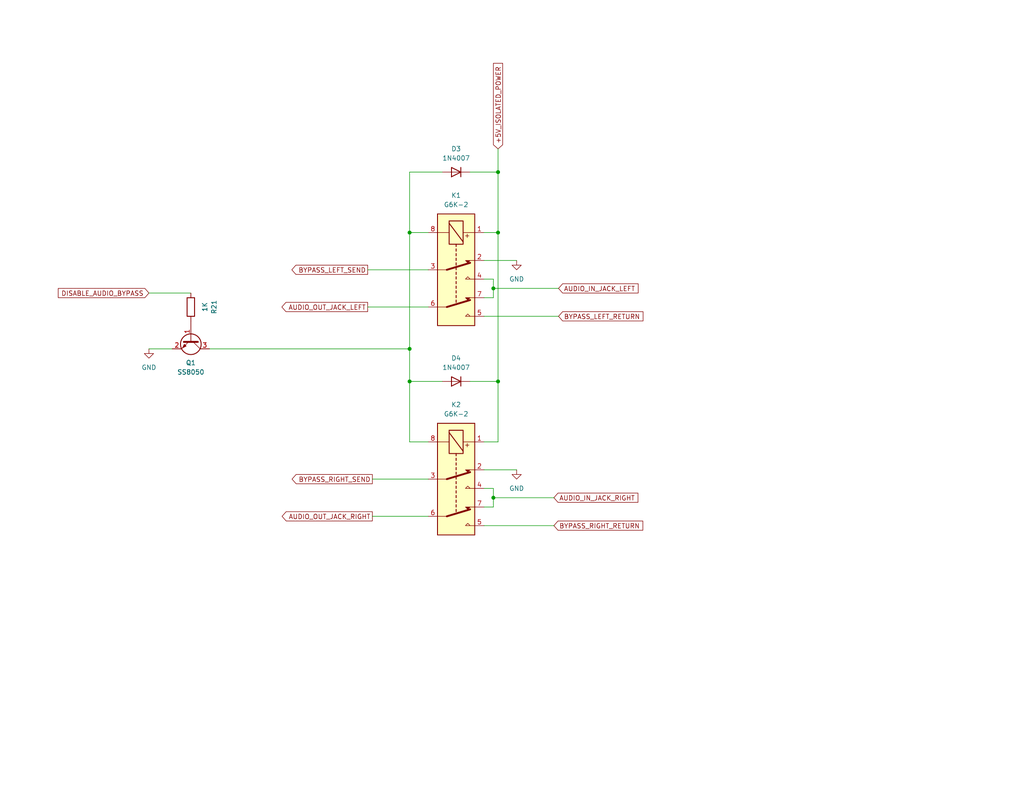
<source format=kicad_sch>
(kicad_sch (version 20230121) (generator eeschema)
  (paper "USLetter")
  (title_block (title "Daisy Seed Guitar Pedal 125B") (date "2023-04-14") (rev "3") (company "Made by Keith Shepherd (kshep@mac.com)"))
  (lib_symbols
    (symbol "Device:Q_NPN_BEC" (pin_names (offset 0) hide)
      (property "Reference" "Q" (at 5.08 1.27 0))
      (property "Value" "Q_NPN_BEC" (at 5.08 -1.27 0))
      (symbol "Q_NPN_BEC_0_1"
        (polyline (pts (xy 0.635 0.635) (xy 2.54 2.54)))
        (polyline (pts (xy 0.635 -0.635) (xy 2.54 -2.54) (xy 2.54 -2.54)))
        (polyline (pts (xy 0.635 1.905) (xy 0.635 -1.905) (xy 0.635 -1.905)) (stroke (width 0.508)))
        (polyline (pts (xy 1.27 -1.778) (xy 1.778 -1.27) (xy 2.286 -2.286) (xy 1.27 -1.778) (xy 1.27 -1.778)) (fill (type outline)))
        (circle (center 1.27 0) (radius 2.8194) (stroke (width 0.254)))
      )
      (symbol "Q_NPN_BEC_1_1"
        (pin input line (at -5.08 0 0) (length 5.715) (name "B") (number "1"))
        (pin passive line (at 2.54 -5.08 90) (length 2.54) (name "E") (number "2"))
        (pin passive line (at 2.54 5.08 270) (length 2.54) (name "C") (number "3"))
      )
    )
    (symbol "Device:R" (pin_numbers hide) (pin_names (offset 0))
      (property "Reference" "R" (at 2.032 0 90))
      (property "Value" "R" (at 0 0 90))
      (symbol "R_0_1"
        (rectangle (start -1.016 -2.54) (end 1.016 2.54) (stroke (width 0.254)))
      )
      (symbol "R_1_1"
        (pin passive line (at 0 3.81 270) (length 1.27) (name "~") (number "1"))
        (pin passive line (at 0 -3.81 90) (length 1.27) (name "~") (number "2"))
      )
    )
    (symbol "Diode:1N4007" (pin_numbers hide) (pin_names hide)
      (property "Reference" "D" (at 0 2.54 0))
      (property "Value" "1N4007" (at 0 -2.54 0))
      (symbol "1N4007_0_1"
        (polyline (pts (xy -1.27 1.27) (xy -1.27 -1.27)) (stroke (width 0.254)))
        (polyline (pts (xy 1.27 0) (xy -1.27 0)))
        (polyline (pts (xy 1.27 1.27) (xy 1.27 -1.27) (xy -1.27 0) (xy 1.27 1.27)) (stroke (width 0.254)))
      )
      (symbol "1N4007_1_1"
        (pin passive line (at -3.81 0 0) (length 2.54) (name "K") (number "1"))
        (pin passive line (at 3.81 0 180) (length 2.54) (name "A") (number "2"))
      )
    )
    (symbol "Relay:G6K-2"
      (property "Reference" "K" (at 16.51 3.81 0))
      (property "Value" "G6K-2" (at 16.51 1.27 0))
      (symbol "G6K-2_0_0"
        (text "+" (at -9.271 2.921 0) (effects (font (size 1.27 1.27))))
      )
      (symbol "G6K-2_0_1"
        (rectangle (start -15.24 5.08) (end 15.24 -5.08) (stroke (width 0.254)) (fill (type background)))
        (rectangle (start -13.335 1.905) (end -6.985 -1.905) (stroke (width 0.254)))
        (polyline (pts (xy -12.7 -1.905) (xy -7.62 1.905)) (stroke (width 0.254)))
        (polyline (pts (xy -10.16 -5.08) (xy -10.16 -1.905)))
        (polyline (pts (xy -10.16 5.08) (xy -10.16 1.905)))
        (polyline (pts (xy -6.985 0) (xy -6.35 0)) (stroke (width 0.254)))
        (polyline (pts (xy -5.715 0) (xy -5.08 0)) (stroke (width 0.254)))
        (polyline (pts (xy -4.445 0) (xy -3.81 0)) (stroke (width 0.254)))
        (polyline (pts (xy -3.175 0) (xy -2.54 0)) (stroke (width 0.254)))
        (polyline (pts (xy -1.905 0) (xy -1.27 0)) (stroke (width 0.254)))
        (polyline (pts (xy -0.635 0) (xy 0 0)) (stroke (width 0.254)))
        (polyline (pts (xy 0 -2.54) (xy -1.905 3.81)) (stroke (width 0.508)))
        (polyline (pts (xy 0 -2.54) (xy 0 -5.08)))
        (polyline (pts (xy 0.635 0) (xy 1.27 0)) (stroke (width 0.254)))
        (polyline (pts (xy 1.905 0) (xy 2.54 0)) (stroke (width 0.254)))
        (polyline (pts (xy 3.175 0) (xy 3.81 0)) (stroke (width 0.254)))
        (polyline (pts (xy 4.445 0) (xy 5.08 0)) (stroke (width 0.254)))
        (polyline (pts (xy 5.715 0) (xy 6.35 0)) (stroke (width 0.254)))
        (polyline (pts (xy 6.985 0) (xy 7.62 0)) (stroke (width 0.254)))
        (polyline (pts (xy 8.255 0) (xy 8.89 0)) (stroke (width 0.254)))
        (polyline (pts (xy 10.16 -2.54) (xy 8.255 3.81)) (stroke (width 0.508)))
        (polyline (pts (xy 10.16 -2.54) (xy 10.16 -5.08)))
        (polyline (pts (xy -2.54 5.08) (xy -2.54 2.54) (xy -1.905 3.175) (xy -2.54 3.81)) (fill (type outline)))
        (polyline (pts (xy 2.54 5.08) (xy 2.54 2.54) (xy 1.905 3.175) (xy 2.54 3.81)))
        (polyline (pts (xy 7.62 5.08) (xy 7.62 2.54) (xy 8.255 3.175) (xy 7.62 3.81)) (fill (type outline)))
        (polyline (pts (xy 12.7 5.08) (xy 12.7 2.54) (xy 12.065 3.175) (xy 12.7 3.81)))
      )
      (symbol "G6K-2_1_1"
        (pin passive line (at -10.16 7.62 270) (length 2.54) (name "~") (number "1"))
        (pin passive line (at -2.54 7.62 270) (length 2.54) (name "~") (number "2"))
        (pin passive line (at 0 -7.62 90) (length 2.54) (name "~") (number "3"))
        (pin passive line (at 2.54 7.62 270) (length 2.54) (name "~") (number "4"))
        (pin passive line (at 12.7 7.62 270) (length 2.54) (name "~") (number "5"))
        (pin passive line (at 10.16 -7.62 90) (length 2.54) (name "~") (number "6"))
        (pin passive line (at 7.62 7.62 270) (length 2.54) (name "~") (number "7"))
        (pin passive line (at -10.16 -7.62 90) (length 2.54) (name "~") (number "8"))
      )
    )
    (symbol "power:GND" (power) (pin_names (offset 0))
      (property "Value" "GND" (at 0 -3.81 0))
      (symbol "GND_0_1"
        (polyline (pts (xy 0 0) (xy 0 -1.27) (xy 1.27 -1.27) (xy 0 -2.54) (xy -1.27 -1.27) (xy 0 -1.27)))
      )
      (symbol "GND_1_1"
        (pin power_in line (at 0 0 270) (length 0) hide (name "GND") (number "1"))
      )
    )
  )
  (junction (at 135.89 63.5))
  (junction (at 134.62 78.74))
  (junction (at 111.76 95.25))
  (junction (at 135.89 104.14))
  (junction (at 111.76 63.5))
  (junction (at 135.89 46.99))
  (junction (at 134.62 135.89))
  (junction (at 111.76 104.14))
  (wire (pts (xy 101.6 130.81) (xy 116.84 130.81)))
  (wire (pts (xy 128.27 46.99) (xy 135.89 46.99)))
  (wire (pts (xy 101.6 140.97) (xy 116.84 140.97)))
  (wire (pts (xy 135.89 40.64) (xy 135.89 46.99)))
  (wire (pts (xy 40.64 95.25) (xy 46.99 95.25)))
  (wire (pts (xy 111.76 104.14) (xy 111.76 120.65)))
  (wire (pts (xy 116.84 63.5) (xy 111.76 63.5)))
  (wire (pts (xy 132.08 86.36) (xy 152.4 86.36)))
  (wire (pts (xy 132.08 71.12) (xy 140.97 71.12)))
  (wire (pts (xy 132.08 133.35) (xy 134.62 133.35)))
  (wire (pts (xy 120.65 46.99) (xy 111.76 46.99)))
  (wire (pts (xy 132.08 120.65) (xy 135.89 120.65)))
  (wire (pts (xy 134.62 135.89) (xy 151.13 135.89)))
  (wire (pts (xy 134.62 81.28) (xy 134.62 78.74)))
  (wire (pts (xy 100.33 83.82) (xy 116.84 83.82)))
  (wire (pts (xy 135.89 104.14) (xy 135.89 120.65)))
  (wire (pts (xy 132.08 128.27) (xy 140.97 128.27)))
  (wire (pts (xy 111.76 63.5) (xy 111.76 95.25)))
  (wire (pts (xy 128.27 104.14) (xy 135.89 104.14)))
  (wire (pts (xy 111.76 46.99) (xy 111.76 63.5)))
  (wire (pts (xy 57.15 95.25) (xy 111.76 95.25)))
  (wire (pts (xy 134.62 138.43) (xy 134.62 135.89)))
  (wire (pts (xy 134.62 133.35) (xy 134.62 135.89)))
  (wire (pts (xy 134.62 78.74) (xy 152.4 78.74)))
  (wire (pts (xy 132.08 76.2) (xy 134.62 76.2)))
  (wire (pts (xy 132.08 143.51) (xy 151.13 143.51)))
  (wire (pts (xy 132.08 138.43) (xy 134.62 138.43)))
  (wire (pts (xy 111.76 95.25) (xy 111.76 104.14)))
  (wire (pts (xy 111.76 104.14) (xy 120.65 104.14)))
  (wire (pts (xy 111.76 120.65) (xy 116.84 120.65)))
  (wire (pts (xy 135.89 63.5) (xy 135.89 104.14)))
  (wire (pts (xy 134.62 76.2) (xy 134.62 78.74)))
  (wire (pts (xy 132.08 63.5) (xy 135.89 63.5)))
  (wire (pts (xy 100.33 73.66) (xy 116.84 73.66)))
  (wire (pts (xy 40.64 80.01) (xy 52.07 80.01)))
  (wire (pts (xy 135.89 46.99) (xy 135.89 63.5)))
  (wire (pts (xy 132.08 81.28) (xy 134.62 81.28)))
  (global_label "AUDIO_OUT_JACK_LEFT" (shape output) (at 100.33 83.82 180) (property "Intersheetrefs" "${INTERSHEET_REFS}" (effects hide)))
  (global_label "AUDIO_IN_JACK_RIGHT" (shape input) (at 151.13 135.89 0) (property "Intersheetrefs" "${INTERSHEET_REFS}" (effects hide)))
  (global_label "DISABLE_AUDIO_BYPASS" (shape input) (at 40.64 80.01 180) (property "Intersheetrefs" "${INTERSHEET_REFS}" (effects hide)))
  (global_label "AUDIO_IN_JACK_LEFT" (shape input) (at 152.4 78.74 0) (property "Intersheetrefs" "${INTERSHEET_REFS}" (effects hide)))
  (global_label "BYPASS_RIGHT_RETURN" (shape input) (at 151.13 143.51 0) (property "Intersheetrefs" "${INTERSHEET_REFS}" (effects hide)))
  (global_label "BYPASS_LEFT_RETURN" (shape input) (at 152.4 86.36 0) (property "Intersheetrefs" "${INTERSHEET_REFS}" (effects hide)))
  (global_label "BYPASS_LEFT_SEND" (shape output) (at 100.33 73.66 180) (property "Intersheetrefs" "${INTERSHEET_REFS}" (effects hide)))
  (global_label "AUDIO_OUT_JACK_RIGHT" (shape output) (at 101.6 140.97 180) (property "Intersheetrefs" "${INTERSHEET_REFS}" (effects hide)))
  (global_label "+5V_ISOLATED_POWER" (shape input) (at 135.89 40.64 90) (property "Intersheetrefs" "${INTERSHEET_REFS}" (effects hide)))
  (global_label "BYPASS_RIGHT_SEND" (shape output) (at 101.6 130.81 180) (property "Intersheetrefs" "${INTERSHEET_REFS}" (effects hide)))
  (symbol (lib_id "Device:R") (at 52.07 83.82 0) (unit 1)
    (property "Reference" "R21" (at 58.42 83.82 90))
    (property "Value" "1K" (at 55.88 83.82 90))
    (property "Footprint" "Resistor_SMD:R_0805_2012Metric" (effects hide))
  )
  (symbol (lib_id "Device:Q_NPN_BEC") (at 52.07 92.71 270) (unit 1)
    (property "Reference" "Q1" (at 52.07 99.06 90))
    (property "Value" "SS8050" (at 52.07 101.6 90))
    (property "Footprint" "Package_TO_SOT_SMD:SOT-23-3" (effects hide))
  )
  (symbol (lib_id "Relay:G6K-2") (at 124.46 73.66 270) (unit 1)
    (property "Reference" "K1" (at 124.46 53.34 90))
    (property "Value" "G6K-2" (at 124.46 55.88 90))
    (property "Footprint" "Relay_SMD:Relay_DPDT_Omron_G6K-2G-Y" (effects hide))
    (property "Datasheet" "http://omronfs.omron.com/en_US/ecb/products/pdf/en-g6k.pdf" (effects hide))
  )
  (symbol (lib_id "power:GND") (at 140.97 128.27 0) (unit 1)
    (property "Reference" "#PWR029" (effects hide))
    (property "Value" "GND" (at 140.97 133.35 0))
  )
  (symbol (lib_id "Diode:1N4007") (at 124.46 46.99 180) (unit 1)
    (property "Reference" "D3" (at 124.46 40.64 0))
    (property "Value" "1N4007" (at 124.46 43.18 0))
    (property "Footprint" "Diode_SMD:D_SOD-123F" (effects hide))
    (property "Datasheet" "http://www.vishay.com/docs/88503/1n4001.pdf" (effects hide))
  )
  (symbol (lib_id "power:GND") (at 40.64 95.25 0) (unit 1)
    (property "Reference" "#PWR018" (effects hide))
    (property "Value" "GND" (at 40.64 100.33 0))
  )
  (symbol (lib_id "Relay:G6K-2") (at 124.46 130.81 270) (unit 1)
    (property "Reference" "K2" (at 124.46 110.49 90))
    (property "Value" "G6K-2" (at 124.46 113.03 90))
    (property "Footprint" "Relay_SMD:Relay_DPDT_Omron_G6K-2G-Y" (effects hide))
    (property "Datasheet" "http://omronfs.omron.com/en_US/ecb/products/pdf/en-g6k.pdf" (effects hide))
  )
  (symbol (lib_id "power:GND") (at 140.97 71.12 0) (unit 1)
    (property "Reference" "#PWR020" (effects hide))
    (property "Value" "GND" (at 140.97 76.2 0))
  )
  (symbol (lib_id "Diode:1N4007") (at 124.46 104.14 180) (unit 1)
    (property "Reference" "D4" (at 124.46 97.79 0))
    (property "Value" "1N4007" (at 124.46 100.33 0))
    (property "Footprint" "Diode_SMD:D_SOD-123F" (effects hide))
    (property "Datasheet" "http://www.vishay.com/docs/88503/1n4001.pdf" (effects hide))
  )
)
</source>
